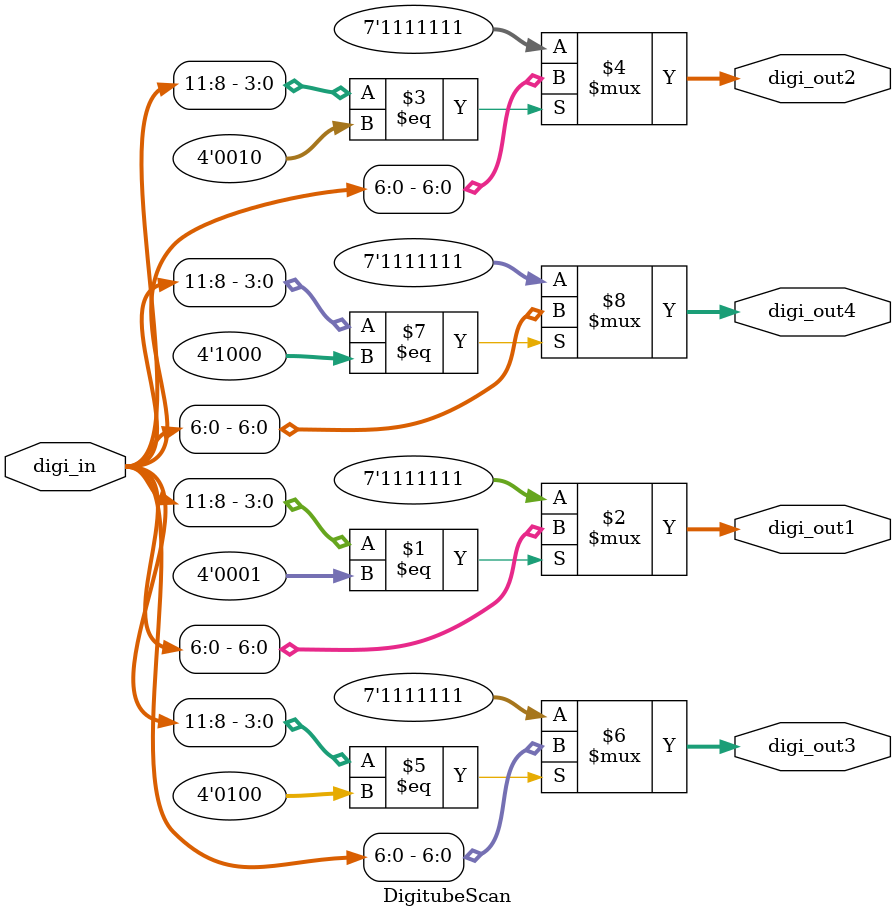
<source format=v>
`timescale 1ns/1ps


module DigitubeScan(digi_in,digi_out1,digi_out2,digi_out3,digi_out4);
input [11:0] digi_in;	//AN3,AN2,AN1,AN0,DP,CG,CF,CE,CD,CC,CB,CA
output [6:0] digi_out1;	//0: CG,CF,CE,CD,CC,CB,CA
output [6:0] digi_out2;	//1: CG,CF,CE,CD,CC,CB,CA
output [6:0] digi_out3;	//2: CG,CF,CE,CD,CC,CB,CA
output [6:0] digi_out4;	//3: CG,CF,CE,CD,CC,CB,CA

assign digi_out1=(digi_in[11:8]==4'b0001)?digi_in[6:0]:7'b111_1111;
assign digi_out2=(digi_in[11:8]==4'b0010)?digi_in[6:0]:7'b111_1111;
assign digi_out3=(digi_in[11:8]==4'b0100)?digi_in[6:0]:7'b111_1111;
assign digi_out4=(digi_in[11:8]==4'b1000)?digi_in[6:0]:7'b111_1111;

endmodule


</source>
